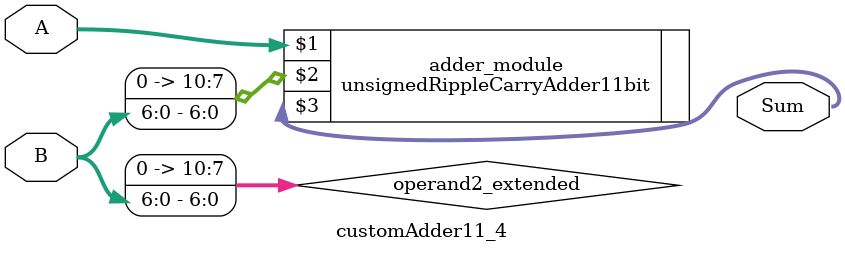
<source format=v>

module customAdder11_4(
                    input [10 : 0] A,
                    input [6 : 0] B,
                    
                    output [11 : 0] Sum
            );

    wire [10 : 0] operand2_extended;
    
    assign operand2_extended =  {4'b0, B};
    
    unsignedRippleCarryAdder11bit adder_module(
        A,
        operand2_extended,
        Sum
    );
    
endmodule
        
</source>
